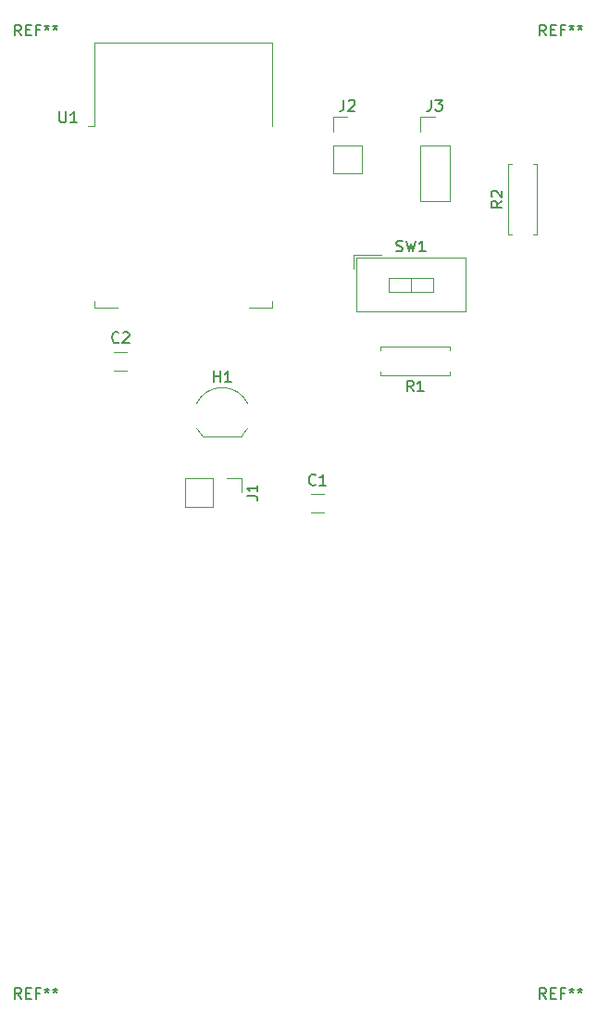
<source format=gbr>
%TF.GenerationSoftware,KiCad,Pcbnew,4.0.7*%
%TF.CreationDate,2018-04-16T11:03:50-07:00*%
%TF.ProjectId,ds18b20board,64733138623230626F6172642E6B6963,rev?*%
%TF.FileFunction,Legend,Top*%
%FSLAX46Y46*%
G04 Gerber Fmt 4.6, Leading zero omitted, Abs format (unit mm)*
G04 Created by KiCad (PCBNEW 4.0.7) date 04/16/18 11:03:50*
%MOMM*%
%LPD*%
G01*
G04 APERTURE LIST*
%ADD10C,0.100000*%
%ADD11C,0.120000*%
%ADD12C,0.150000*%
G04 APERTURE END LIST*
D10*
D11*
X128663000Y-91639000D02*
X129837000Y-91639000D01*
X128663000Y-93361000D02*
X129837000Y-93361000D01*
X110663000Y-78639000D02*
X111837000Y-78639000D01*
X110663000Y-80361000D02*
X111837000Y-80361000D01*
X118740000Y-86350000D02*
X122340000Y-86350000D01*
X118215816Y-85622795D02*
G75*
G03X118740000Y-86350000I2324184J1122795D01*
G01*
X118183600Y-83401193D02*
G75*
G02X120540000Y-81900000I2356400J-1098807D01*
G01*
X122896400Y-83401193D02*
G75*
G03X120540000Y-81900000I-2356400J-1098807D01*
G01*
X122864184Y-85622795D02*
G75*
G02X122340000Y-86350000I-2324184J1122795D01*
G01*
X117130000Y-90170000D02*
X117130000Y-92830000D01*
X119730000Y-90170000D02*
X117130000Y-90170000D01*
X119730000Y-92830000D02*
X117130000Y-92830000D01*
X119730000Y-90170000D02*
X119730000Y-92830000D01*
X121000000Y-90170000D02*
X122330000Y-90170000D01*
X122330000Y-90170000D02*
X122330000Y-91500000D01*
X130670000Y-62370000D02*
X133330000Y-62370000D01*
X130670000Y-59770000D02*
X130670000Y-62370000D01*
X133330000Y-59770000D02*
X133330000Y-62370000D01*
X130670000Y-59770000D02*
X133330000Y-59770000D01*
X130670000Y-58500000D02*
X130670000Y-57170000D01*
X130670000Y-57170000D02*
X132000000Y-57170000D01*
X138670000Y-64910000D02*
X141330000Y-64910000D01*
X138670000Y-59770000D02*
X138670000Y-64910000D01*
X141330000Y-59770000D02*
X141330000Y-64910000D01*
X138670000Y-59770000D02*
X141330000Y-59770000D01*
X138670000Y-58500000D02*
X138670000Y-57170000D01*
X138670000Y-57170000D02*
X140000000Y-57170000D01*
X141400000Y-80480000D02*
X141400000Y-80810000D01*
X141400000Y-80810000D02*
X134980000Y-80810000D01*
X134980000Y-80810000D02*
X134980000Y-80480000D01*
X141400000Y-78520000D02*
X141400000Y-78190000D01*
X141400000Y-78190000D02*
X134980000Y-78190000D01*
X134980000Y-78190000D02*
X134980000Y-78520000D01*
X147020000Y-67900000D02*
X146690000Y-67900000D01*
X146690000Y-67900000D02*
X146690000Y-61480000D01*
X146690000Y-61480000D02*
X147020000Y-61480000D01*
X148980000Y-67900000D02*
X149310000Y-67900000D01*
X149310000Y-67900000D02*
X149310000Y-61480000D01*
X149310000Y-61480000D02*
X148980000Y-61480000D01*
X132600000Y-69820000D02*
X132600000Y-71090000D01*
X132600000Y-69820000D02*
X135140000Y-69820000D01*
X132800000Y-70020000D02*
X142820000Y-70020000D01*
X142820000Y-70020000D02*
X142820000Y-74980000D01*
X142820000Y-74980000D02*
X132800000Y-74980000D01*
X132800000Y-74980000D02*
X132800000Y-70020000D01*
X135780000Y-71865000D02*
X135780000Y-73135000D01*
X135780000Y-73135000D02*
X139840000Y-73135000D01*
X139840000Y-73135000D02*
X139840000Y-71865000D01*
X139840000Y-71865000D02*
X135780000Y-71865000D01*
X137810000Y-71865000D02*
X137810000Y-73135000D01*
X108880000Y-50380000D02*
X125120000Y-50380000D01*
X125120000Y-50380000D02*
X125120000Y-58000000D01*
X125120000Y-74000000D02*
X125120000Y-74620000D01*
X125120000Y-74620000D02*
X123000000Y-74620000D01*
X111000000Y-74620000D02*
X108880000Y-74620000D01*
X108880000Y-74620000D02*
X108880000Y-74000000D01*
X108880000Y-58000000D02*
X108880000Y-50380000D01*
X108880000Y-58000000D02*
X108270000Y-58000000D01*
D12*
X129083334Y-90747143D02*
X129035715Y-90794762D01*
X128892858Y-90842381D01*
X128797620Y-90842381D01*
X128654762Y-90794762D01*
X128559524Y-90699524D01*
X128511905Y-90604286D01*
X128464286Y-90413810D01*
X128464286Y-90270952D01*
X128511905Y-90080476D01*
X128559524Y-89985238D01*
X128654762Y-89890000D01*
X128797620Y-89842381D01*
X128892858Y-89842381D01*
X129035715Y-89890000D01*
X129083334Y-89937619D01*
X130035715Y-90842381D02*
X129464286Y-90842381D01*
X129750000Y-90842381D02*
X129750000Y-89842381D01*
X129654762Y-89985238D01*
X129559524Y-90080476D01*
X129464286Y-90128095D01*
X111083334Y-77747143D02*
X111035715Y-77794762D01*
X110892858Y-77842381D01*
X110797620Y-77842381D01*
X110654762Y-77794762D01*
X110559524Y-77699524D01*
X110511905Y-77604286D01*
X110464286Y-77413810D01*
X110464286Y-77270952D01*
X110511905Y-77080476D01*
X110559524Y-76985238D01*
X110654762Y-76890000D01*
X110797620Y-76842381D01*
X110892858Y-76842381D01*
X111035715Y-76890000D01*
X111083334Y-76937619D01*
X111464286Y-76937619D02*
X111511905Y-76890000D01*
X111607143Y-76842381D01*
X111845239Y-76842381D01*
X111940477Y-76890000D01*
X111988096Y-76937619D01*
X112035715Y-77032857D01*
X112035715Y-77128095D01*
X111988096Y-77270952D01*
X111416667Y-77842381D01*
X112035715Y-77842381D01*
X119778095Y-81392381D02*
X119778095Y-80392381D01*
X119778095Y-80868571D02*
X120349524Y-80868571D01*
X120349524Y-81392381D02*
X120349524Y-80392381D01*
X121349524Y-81392381D02*
X120778095Y-81392381D01*
X121063809Y-81392381D02*
X121063809Y-80392381D01*
X120968571Y-80535238D01*
X120873333Y-80630476D01*
X120778095Y-80678095D01*
X122782381Y-91833333D02*
X123496667Y-91833333D01*
X123639524Y-91880953D01*
X123734762Y-91976191D01*
X123782381Y-92119048D01*
X123782381Y-92214286D01*
X123782381Y-90833333D02*
X123782381Y-91404762D01*
X123782381Y-91119048D02*
X122782381Y-91119048D01*
X122925238Y-91214286D01*
X123020476Y-91309524D01*
X123068095Y-91404762D01*
X131666667Y-55622381D02*
X131666667Y-56336667D01*
X131619047Y-56479524D01*
X131523809Y-56574762D01*
X131380952Y-56622381D01*
X131285714Y-56622381D01*
X132095238Y-55717619D02*
X132142857Y-55670000D01*
X132238095Y-55622381D01*
X132476191Y-55622381D01*
X132571429Y-55670000D01*
X132619048Y-55717619D01*
X132666667Y-55812857D01*
X132666667Y-55908095D01*
X132619048Y-56050952D01*
X132047619Y-56622381D01*
X132666667Y-56622381D01*
X139666667Y-55622381D02*
X139666667Y-56336667D01*
X139619047Y-56479524D01*
X139523809Y-56574762D01*
X139380952Y-56622381D01*
X139285714Y-56622381D01*
X140047619Y-55622381D02*
X140666667Y-55622381D01*
X140333333Y-56003333D01*
X140476191Y-56003333D01*
X140571429Y-56050952D01*
X140619048Y-56098571D01*
X140666667Y-56193810D01*
X140666667Y-56431905D01*
X140619048Y-56527143D01*
X140571429Y-56574762D01*
X140476191Y-56622381D01*
X140190476Y-56622381D01*
X140095238Y-56574762D01*
X140047619Y-56527143D01*
X138023334Y-82262381D02*
X137690000Y-81786190D01*
X137451905Y-82262381D02*
X137451905Y-81262381D01*
X137832858Y-81262381D01*
X137928096Y-81310000D01*
X137975715Y-81357619D01*
X138023334Y-81452857D01*
X138023334Y-81595714D01*
X137975715Y-81690952D01*
X137928096Y-81738571D01*
X137832858Y-81786190D01*
X137451905Y-81786190D01*
X138975715Y-82262381D02*
X138404286Y-82262381D01*
X138690000Y-82262381D02*
X138690000Y-81262381D01*
X138594762Y-81405238D01*
X138499524Y-81500476D01*
X138404286Y-81548095D01*
X146142381Y-64856666D02*
X145666190Y-65190000D01*
X146142381Y-65428095D02*
X145142381Y-65428095D01*
X145142381Y-65047142D01*
X145190000Y-64951904D01*
X145237619Y-64904285D01*
X145332857Y-64856666D01*
X145475714Y-64856666D01*
X145570952Y-64904285D01*
X145618571Y-64951904D01*
X145666190Y-65047142D01*
X145666190Y-65428095D01*
X145237619Y-64475714D02*
X145190000Y-64428095D01*
X145142381Y-64332857D01*
X145142381Y-64094761D01*
X145190000Y-63999523D01*
X145237619Y-63951904D01*
X145332857Y-63904285D01*
X145428095Y-63904285D01*
X145570952Y-63951904D01*
X146142381Y-64523333D01*
X146142381Y-63904285D01*
X136476667Y-69424762D02*
X136619524Y-69472381D01*
X136857620Y-69472381D01*
X136952858Y-69424762D01*
X137000477Y-69377143D01*
X137048096Y-69281905D01*
X137048096Y-69186667D01*
X137000477Y-69091429D01*
X136952858Y-69043810D01*
X136857620Y-68996190D01*
X136667143Y-68948571D01*
X136571905Y-68900952D01*
X136524286Y-68853333D01*
X136476667Y-68758095D01*
X136476667Y-68662857D01*
X136524286Y-68567619D01*
X136571905Y-68520000D01*
X136667143Y-68472381D01*
X136905239Y-68472381D01*
X137048096Y-68520000D01*
X137381429Y-68472381D02*
X137619524Y-69472381D01*
X137810001Y-68758095D01*
X138000477Y-69472381D01*
X138238572Y-68472381D01*
X139143334Y-69472381D02*
X138571905Y-69472381D01*
X138857619Y-69472381D02*
X138857619Y-68472381D01*
X138762381Y-68615238D01*
X138667143Y-68710476D01*
X138571905Y-68758095D01*
X105678095Y-56692381D02*
X105678095Y-57501905D01*
X105725714Y-57597143D01*
X105773333Y-57644762D01*
X105868571Y-57692381D01*
X106059048Y-57692381D01*
X106154286Y-57644762D01*
X106201905Y-57597143D01*
X106249524Y-57501905D01*
X106249524Y-56692381D01*
X107249524Y-57692381D02*
X106678095Y-57692381D01*
X106963809Y-57692381D02*
X106963809Y-56692381D01*
X106868571Y-56835238D01*
X106773333Y-56930476D01*
X106678095Y-56978095D01*
X102166667Y-49752381D02*
X101833333Y-49276190D01*
X101595238Y-49752381D02*
X101595238Y-48752381D01*
X101976191Y-48752381D01*
X102071429Y-48800000D01*
X102119048Y-48847619D01*
X102166667Y-48942857D01*
X102166667Y-49085714D01*
X102119048Y-49180952D01*
X102071429Y-49228571D01*
X101976191Y-49276190D01*
X101595238Y-49276190D01*
X102595238Y-49228571D02*
X102928572Y-49228571D01*
X103071429Y-49752381D02*
X102595238Y-49752381D01*
X102595238Y-48752381D01*
X103071429Y-48752381D01*
X103833334Y-49228571D02*
X103500000Y-49228571D01*
X103500000Y-49752381D02*
X103500000Y-48752381D01*
X103976191Y-48752381D01*
X104500000Y-48752381D02*
X104500000Y-48990476D01*
X104261905Y-48895238D02*
X104500000Y-48990476D01*
X104738096Y-48895238D01*
X104357143Y-49180952D02*
X104500000Y-48990476D01*
X104642858Y-49180952D01*
X105261905Y-48752381D02*
X105261905Y-48990476D01*
X105023810Y-48895238D02*
X105261905Y-48990476D01*
X105500001Y-48895238D01*
X105119048Y-49180952D02*
X105261905Y-48990476D01*
X105404763Y-49180952D01*
X150166667Y-49752381D02*
X149833333Y-49276190D01*
X149595238Y-49752381D02*
X149595238Y-48752381D01*
X149976191Y-48752381D01*
X150071429Y-48800000D01*
X150119048Y-48847619D01*
X150166667Y-48942857D01*
X150166667Y-49085714D01*
X150119048Y-49180952D01*
X150071429Y-49228571D01*
X149976191Y-49276190D01*
X149595238Y-49276190D01*
X150595238Y-49228571D02*
X150928572Y-49228571D01*
X151071429Y-49752381D02*
X150595238Y-49752381D01*
X150595238Y-48752381D01*
X151071429Y-48752381D01*
X151833334Y-49228571D02*
X151500000Y-49228571D01*
X151500000Y-49752381D02*
X151500000Y-48752381D01*
X151976191Y-48752381D01*
X152500000Y-48752381D02*
X152500000Y-48990476D01*
X152261905Y-48895238D02*
X152500000Y-48990476D01*
X152738096Y-48895238D01*
X152357143Y-49180952D02*
X152500000Y-48990476D01*
X152642858Y-49180952D01*
X153261905Y-48752381D02*
X153261905Y-48990476D01*
X153023810Y-48895238D02*
X153261905Y-48990476D01*
X153500001Y-48895238D01*
X153119048Y-49180952D02*
X153261905Y-48990476D01*
X153404763Y-49180952D01*
X150166667Y-137752381D02*
X149833333Y-137276190D01*
X149595238Y-137752381D02*
X149595238Y-136752381D01*
X149976191Y-136752381D01*
X150071429Y-136800000D01*
X150119048Y-136847619D01*
X150166667Y-136942857D01*
X150166667Y-137085714D01*
X150119048Y-137180952D01*
X150071429Y-137228571D01*
X149976191Y-137276190D01*
X149595238Y-137276190D01*
X150595238Y-137228571D02*
X150928572Y-137228571D01*
X151071429Y-137752381D02*
X150595238Y-137752381D01*
X150595238Y-136752381D01*
X151071429Y-136752381D01*
X151833334Y-137228571D02*
X151500000Y-137228571D01*
X151500000Y-137752381D02*
X151500000Y-136752381D01*
X151976191Y-136752381D01*
X152500000Y-136752381D02*
X152500000Y-136990476D01*
X152261905Y-136895238D02*
X152500000Y-136990476D01*
X152738096Y-136895238D01*
X152357143Y-137180952D02*
X152500000Y-136990476D01*
X152642858Y-137180952D01*
X153261905Y-136752381D02*
X153261905Y-136990476D01*
X153023810Y-136895238D02*
X153261905Y-136990476D01*
X153500001Y-136895238D01*
X153119048Y-137180952D02*
X153261905Y-136990476D01*
X153404763Y-137180952D01*
X102166667Y-137752381D02*
X101833333Y-137276190D01*
X101595238Y-137752381D02*
X101595238Y-136752381D01*
X101976191Y-136752381D01*
X102071429Y-136800000D01*
X102119048Y-136847619D01*
X102166667Y-136942857D01*
X102166667Y-137085714D01*
X102119048Y-137180952D01*
X102071429Y-137228571D01*
X101976191Y-137276190D01*
X101595238Y-137276190D01*
X102595238Y-137228571D02*
X102928572Y-137228571D01*
X103071429Y-137752381D02*
X102595238Y-137752381D01*
X102595238Y-136752381D01*
X103071429Y-136752381D01*
X103833334Y-137228571D02*
X103500000Y-137228571D01*
X103500000Y-137752381D02*
X103500000Y-136752381D01*
X103976191Y-136752381D01*
X104500000Y-136752381D02*
X104500000Y-136990476D01*
X104261905Y-136895238D02*
X104500000Y-136990476D01*
X104738096Y-136895238D01*
X104357143Y-137180952D02*
X104500000Y-136990476D01*
X104642858Y-137180952D01*
X105261905Y-136752381D02*
X105261905Y-136990476D01*
X105023810Y-136895238D02*
X105261905Y-136990476D01*
X105500001Y-136895238D01*
X105119048Y-137180952D02*
X105261905Y-136990476D01*
X105404763Y-137180952D01*
M02*

</source>
